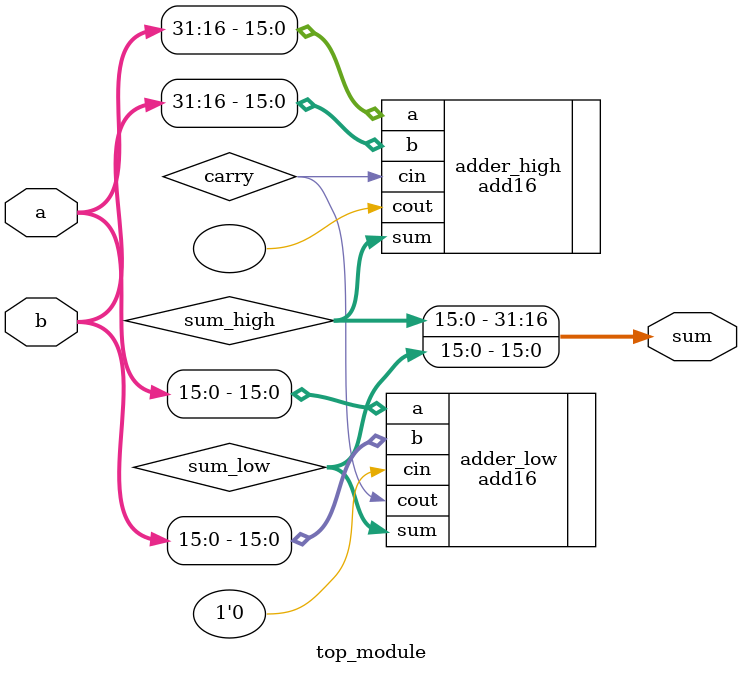
<source format=v>
module top_module(
    input [31:0] a,
    input [31:0] b,
    output [31:0] sum
);

    wire [15:0] sum_low, sum_high;
    wire carry;

    // First 16-bit adder: lower half (bits 15:0)
    add16 adder_low (
        .a(a[15:0]),
        .b(b[15:0]),
        .cin(1'b0),
        .sum(sum_low),
        .cout(carry)
    );

    // Second 16-bit adder: upper half (bits 31:16), with carry from lower half
    add16 adder_high (
        .a(a[31:16]),
        .b(b[31:16]),
        .cin(carry),
        .sum(sum_high),
        .cout()         // Final carry-out is ignored
    );

    // Combine both halves into a single 32-bit sum
    assign sum = {sum_high, sum_low};

endmodule

</source>
